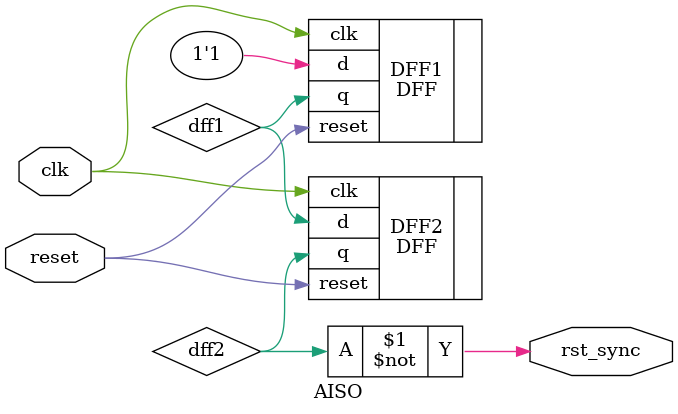
<source format=v>
`timescale 1ns / 1ps
module AISO(
		input wire reset, clk,
		output wire rst_sync
    );
	 
	 //signals
	 wire dff1, dff2;
	 
	 DFF DFF1(.clk(clk), .reset(reset), .d(1'b1), .q(dff1));
	 DFF DFF2(.clk(clk), .reset(reset), .d(dff1), .q(dff2));
	
	 assign rst_sync = ~dff2;

endmodule

</source>
